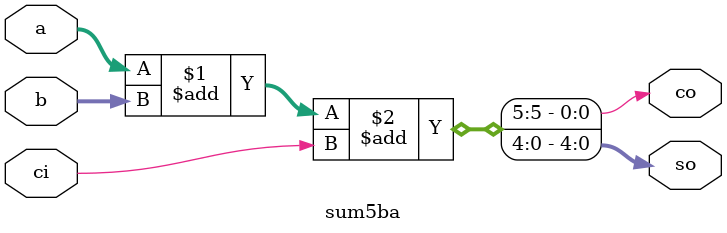
<source format=v>
/*
 * Antonio Aguilar
 * Sumador aritmetico de 5 bits
*/

module sum5ba(input[4:0] a, b, input ci, output co, output[4:0] so);
	assign {co, so} = a + b + ci;
endmodule
</source>
